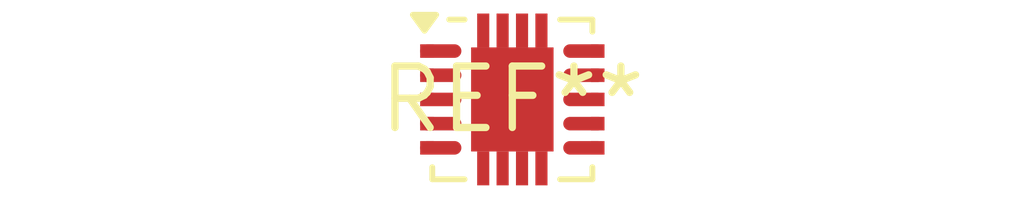
<source format=kicad_pcb>
(kicad_pcb (version 20240108) (generator pcbnew)
  (layers (0 "F.Cu" signal) (31 "B.Cu" signal) (34 "B.Paste" user) (35 "F.Paste" user) (36 "B.SilkS" user "B.Silkscreen") (37 "F.SilkS" user "F.Silkscreen") (38 "B.Mask" user) (39 "F.Mask" user) (44 "Edge.Cuts" user))
  (net 0 "")
  (footprint "Texas_S-PWSON-N10" (layer "F.Cu") (at 0 0)
    (property "Reference" "REF**")
    (property "Value" "Texas_S-PWSON-N10")
    (fp_line (start -1.65 1.65) (end -1.65 1.4) (layer "F.SilkS") (stroke (width 0.12)))
    (fp_line (start -1.65 1.65) (end -0.985 1.65) (layer "F.SilkS") (stroke (width 0.12)))
    (fp_line (start -1.3 -1.65) (end -0.985 -1.65) (layer "F.SilkS") (stroke (width 0.12)))
    (fp_line (start 0.985 -1.65) (end 1.65 -1.65) (layer "F.SilkS") (stroke (width 0.12)))
    (fp_line (start 0.985 1.65) (end 1.65 1.65) (layer "F.SilkS") (stroke (width 0.12)))
    (fp_line (start 1.65 -1.4) (end 1.65 -1.65) (layer "F.SilkS") (stroke (width 0.12)))
    (fp_line (start 1.65 1.4) (end 1.65 1.65) (layer "F.SilkS") (stroke (width 0.12)))
    (fp_poly (pts (xy -1.81 -1.42) (xy -2.05 -1.75) (xy -1.57 -1.75) (xy -1.81 -1.42)) (layer "F.SilkS") (stroke (width 0.12)) (fill solid))
    (pad "1" smd rect (at -1.76 -1) (size 0.28 0.28) (layers "F.Cu" "F.Paste" "F.Mask"))
    (pad "1" smd oval (at -1.475 -1) (size 0.85 0.28) (layers "F.Cu" "F.Paste" "F.Mask"))
    (pad "2" smd rect (at -1.76 -0.5) (size 0.28 0.28) (layers "F.Cu" "F.Paste" "F.Mask"))
    (pad "2" smd oval (at -1.475 -0.5) (size 0.85 0.28) (layers "F.Cu" "F.Paste" "F.Mask"))
    (pad "3" smd rect (at -1.76 0) (size 0.28 0.28) (layers "F.Cu" "F.Paste" "F.Mask"))
    (pad "3" smd oval (at -1.475 0) (size 0.85 0.28) (layers "F.Cu" "F.Paste" "F.Mask"))
    (pad "4" smd rect (at -1.76 0.5) (size 0.28 0.28) (layers "F.Cu" "F.Paste" "F.Mask"))
    (pad "4" smd oval (at -1.475 0.5) (size 0.85 0.28) (layers "F.Cu" "F.Paste" "F.Mask"))
    (pad "5" smd rect (at -1.76 1) (size 0.28 0.28) (layers "F.Cu" "F.Paste" "F.Mask"))
    (pad "5" smd oval (at -1.475 1) (size 0.85 0.28) (layers "F.Cu" "F.Paste" "F.Mask"))
    (pad "6" smd oval (at 1.475 1) (size 0.85 0.28) (layers "F.Cu" "F.Paste" "F.Mask"))
    (pad "6" smd rect (at 1.76 1) (size 0.28 0.28) (layers "F.Cu" "F.Paste" "F.Mask"))
    (pad "7" smd oval (at 1.475 0.5) (size 0.85 0.28) (layers "F.Cu" "F.Paste" "F.Mask"))
    (pad "7" smd rect (at 1.76 0.5) (size 0.28 0.28) (layers "F.Cu" "F.Paste" "F.Mask"))
    (pad "8" smd oval (at 1.475 0) (size 0.85 0.28) (layers "F.Cu" "F.Paste" "F.Mask"))
    (pad "8" smd rect (at 1.76 0) (size 0.28 0.28) (layers "F.Cu" "F.Paste" "F.Mask"))
    (pad "9" smd oval (at 1.475 -0.5) (size 0.85 0.28) (layers "F.Cu" "F.Paste" "F.Mask"))
    (pad "9" smd rect (at 1.76 -0.5) (size 0.28 0.28) (layers "F.Cu" "F.Paste" "F.Mask"))
    (pad "10" smd oval (at 1.475 -1) (size 0.85 0.28) (layers "F.Cu" "F.Paste" "F.Mask"))
    (pad "10" smd rect (at 1.76 -1) (size 0.28 0.28) (layers "F.Cu" "F.Paste" "F.Mask"))
    (pad "11" smd rect (at -0.6 -1.425) (size 0.23 0.6) (layers "F.Cu" "F.Paste" "F.Mask"))
    (pad "11" smd rect (at -0.6 -1.425) (size 0.25 0.7) (layers "F.Cu" "F.Mask"))
    (pad "11" smd rect (at -0.6 1.425) (size 0.23 0.6) (layers "F.Cu" "F.Paste" "F.Mask"))
    (pad "11" smd rect (at -0.6 1.425) (size 0.25 0.7) (layers "F.Cu" "F.Mask"))
    (pad "11" smd rect (at -0.435 -0.56) (size 0.65 0.9) (layers "F.Cu" "F.Paste" "F.Mask"))
    (pad "11" smd rect (at -0.435 0.56) (size 0.65 0.9) (layers "F.Cu" "F.Paste" "F.Mask"))
    (pad "11" smd rect (at -0.2 -1.425) (size 0.23 0.6) (layers "F.Cu" "F.Paste" "F.Mask"))
    (pad "11" smd rect (at -0.2 -1.425) (size 0.25 0.7) (layers "F.Cu" "F.Mask"))
    (pad "11" smd rect (at -0.2 1.425) (size 0.23 0.6) (layers "F.Cu" "F.Paste" "F.Mask"))
    (pad "11" smd rect (at -0.2 1.425) (size 0.25 0.7) (layers "F.Cu" "F.Mask"))
    (pad "11" smd rect (at 0 0) (size 1.7 2.15) (layers "F.Cu" "F.Mask"))
    (pad "11" smd rect (at 0.2 -1.425) (size 0.23 0.6) (layers "F.Cu" "F.Paste" "F.Mask"))
    (pad "11" smd rect (at 0.2 -1.425) (size 0.25 0.7) (layers "F.Cu" "F.Mask"))
    (pad "11" smd rect (at 0.2 1.425) (size 0.23 0.6) (layers "F.Cu" "F.Paste" "F.Mask"))
    (pad "11" smd rect (at 0.2 1.425) (size 0.25 0.7) (layers "F.Cu" "F.Mask"))
    (pad "11" smd rect (at 0.435 -0.56) (size 0.65 0.9) (layers "F.Cu" "F.Paste" "F.Mask"))
    (pad "11" smd rect (at 0.435 0.56) (size 0.65 0.9) (layers "F.Cu" "F.Paste" "F.Mask"))
    (pad "11" smd rect (at 0.6 -1.425) (size 0.23 0.6) (layers "F.Cu" "F.Paste" "F.Mask"))
    (pad "11" smd rect (at 0.6 -1.425) (size 0.25 0.7) (layers "F.Cu" "F.Mask"))
    (pad "11" smd rect (at 0.6 1.425) (size 0.23 0.6) (layers "F.Cu" "F.Paste" "F.Mask"))
    (pad "11" smd rect (at 0.6 1.425) (size 0.25 0.7) (layers "F.Cu" "F.Mask"))
  )
)
</source>
